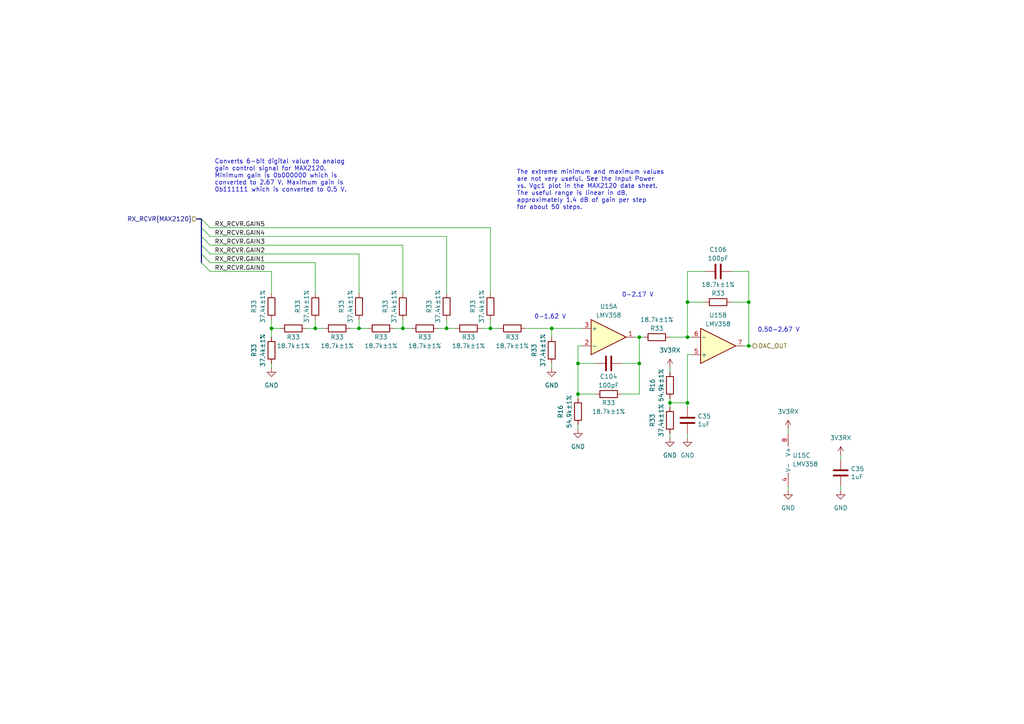
<source format=kicad_sch>
(kicad_sch (version 20230121) (generator eeschema)
  (paper "A4")
  (title_block (title "URTI Mainboard") (date "${DATE}") (rev "${VERSION}") (company "Copyright 2023 Great Scott Gadgets") (comment 1 "Licensed under the CERN-OHL-P v2"))
  (lib_symbols
    (symbol "Amplifier_Operational:LMV358" (pin_names (offset 0.127))
      (property "Reference" "U" (at 0 5.08 0))
      (property "Value" "LMV358" (at 0 -5.08 0))
      (symbol "LMV358_1_1"
        (polyline (pts (xy -5.08 5.08) (xy 5.08 0) (xy -5.08 -5.08) (xy -5.08 5.08)) (stroke (width 0.254)) (fill (type background)))
        (pin output line (at 7.62 0 180) (length 2.54) (name "~") (number "1"))
        (pin input line (at -7.62 -2.54 0) (length 2.54) (name "-") (number "2"))
        (pin input line (at -7.62 2.54 0) (length 2.54) (name "+") (number "3"))
      )
      (symbol "LMV358_2_1"
        (polyline (pts (xy -5.08 5.08) (xy 5.08 0) (xy -5.08 -5.08) (xy -5.08 5.08)) (stroke (width 0.254)) (fill (type background)))
        (pin input line (at -7.62 2.54 0) (length 2.54) (name "+") (number "5"))
        (pin input line (at -7.62 -2.54 0) (length 2.54) (name "-") (number "6"))
        (pin output line (at 7.62 0 180) (length 2.54) (name "~") (number "7"))
      )
      (symbol "LMV358_3_1"
        (pin power_in line (at -2.54 -7.62 90) (length 3.81) (name "V-") (number "4"))
        (pin power_in line (at -2.54 7.62 270) (length 3.81) (name "V+") (number "8"))
      )
    )
    (symbol "Device:C" (pin_numbers hide) (pin_names (offset 0.254))
      (property "Reference" "C" (at 0.635 2.54 0))
      (property "Value" "C" (at 0.635 -2.54 0))
      (symbol "C_0_1"
        (polyline (pts (xy -2.032 -0.762) (xy 2.032 -0.762)) (stroke (width 0.508)))
        (polyline (pts (xy -2.032 0.762) (xy 2.032 0.762)) (stroke (width 0.508)))
      )
      (symbol "C_1_1"
        (pin passive line (at 0 3.81 270) (length 2.794) (name "~") (number "1"))
        (pin passive line (at 0 -3.81 90) (length 2.794) (name "~") (number "2"))
      )
    )
    (symbol "Device:R" (pin_numbers hide) (pin_names (offset 0))
      (property "Reference" "R" (at 2.032 0 90))
      (property "Value" "R" (at 0 0 90))
      (symbol "R_0_1"
        (rectangle (start -1.016 -2.54) (end 1.016 2.54) (stroke (width 0.254)))
      )
      (symbol "R_1_1"
        (pin passive line (at 0 3.81 270) (length 1.27) (name "~") (number "1"))
        (pin passive line (at 0 -3.81 90) (length 1.27) (name "~") (number "2"))
      )
    )
    (symbol "GND_2" (power) (pin_names (offset 0))
      (property "Value" "GND_2" (at 0 -3.81 0))
      (symbol "GND_2_0_1"
        (polyline (pts (xy 0 0) (xy 0 -1.27) (xy 1.27 -1.27) (xy 0 -2.54) (xy -1.27 -1.27) (xy 0 -1.27)))
      )
      (symbol "GND_2_1_1"
        (pin power_in line (at 0 0 270) (length 0) hide (name "GND") (number "1"))
      )
    )
    (symbol "power:GND" (power) (pin_names (offset 0))
      (property "Value" "GND" (at 0 -3.81 0))
      (symbol "GND_0_1"
        (polyline (pts (xy 0 0) (xy 0 -1.27) (xy 1.27 -1.27) (xy 0 -2.54) (xy -1.27 -1.27) (xy 0 -1.27)))
      )
      (symbol "GND_1_1"
        (pin power_in line (at 0 0 270) (length 0) hide (name "GND") (number "1"))
      )
    )
    (symbol "support_hardware:3V3RX" (power) (pin_names (offset 0))
      (property "Value" "3V3RX" (at 0 3.81 0))
      (symbol "3V3RX_0_1"
        (polyline (pts (xy -0.762 1.27) (xy 0 2.54)))
        (polyline (pts (xy 0 0) (xy 0 2.54)))
        (polyline (pts (xy 0 2.54) (xy 0.762 1.27)))
      )
      (symbol "3V3RX_1_1"
        (pin power_in line (at 0 0 90) (length 0) hide (name "3V3RX") (number "1"))
      )
    )
  )
  (junction (at 104.14 95.25))
  (junction (at 91.44 95.25))
  (junction (at 116.84 95.25))
  (junction (at 167.64 105.41))
  (junction (at 217.17 87.63))
  (junction (at 217.17 100.33))
  (junction (at 129.54 95.25))
  (junction (at 185.42 97.79))
  (junction (at 167.64 114.3))
  (junction (at 160.02 95.25))
  (junction (at 199.39 87.63))
  (junction (at 199.39 97.79))
  (junction (at 194.31 116.84))
  (junction (at 78.74 95.25))
  (junction (at 185.42 105.41))
  (junction (at 199.39 116.84))
  (junction (at 142.24 95.25))
  (bus_entry (at 58.42 73.66) (size 2.54 2.54))
  (bus_entry (at 58.42 71.12) (size 2.54 2.54))
  (bus_entry (at 58.42 68.58) (size 2.54 2.54))
  (bus_entry (at 58.42 76.2) (size 2.54 2.54))
  (bus_entry (at 58.42 66.04) (size 2.54 2.54))
  (bus_entry (at 58.42 63.5) (size 2.54 2.54))
  (wire (pts (xy 194.31 125.73) (xy 194.31 127)))
  (wire (pts (xy 139.7 95.25) (xy 142.24 95.25)))
  (wire (pts (xy 168.91 100.33) (xy 167.64 100.33)))
  (wire (pts (xy 60.96 71.12) (xy 116.84 71.12)))
  (wire (pts (xy 104.14 92.71) (xy 104.14 95.25)))
  (wire (pts (xy 101.6 95.25) (xy 104.14 95.25)))
  (wire (pts (xy 60.96 78.74) (xy 78.74 78.74)))
  (wire (pts (xy 217.17 100.33) (xy 218.44 100.33)))
  (bus (pts (xy 58.42 73.66) (xy 58.42 76.2)))
  (wire (pts (xy 199.39 87.63) (xy 199.39 97.79)))
  (wire (pts (xy 142.24 92.71) (xy 142.24 95.25)))
  (wire (pts (xy 243.84 132.08) (xy 243.84 133.35)))
  (wire (pts (xy 91.44 95.25) (xy 93.98 95.25)))
  (wire (pts (xy 116.84 71.12) (xy 116.84 85.09)))
  (wire (pts (xy 78.74 105.41) (xy 78.74 106.68)))
  (wire (pts (xy 194.31 115.57) (xy 194.31 116.84)))
  (wire (pts (xy 114.3 95.25) (xy 116.84 95.25)))
  (wire (pts (xy 217.17 78.74) (xy 212.09 78.74)))
  (wire (pts (xy 160.02 95.25) (xy 160.02 97.79)))
  (wire (pts (xy 185.42 105.41) (xy 185.42 114.3)))
  (wire (pts (xy 60.96 68.58) (xy 129.54 68.58)))
  (wire (pts (xy 167.64 114.3) (xy 167.64 115.57)))
  (wire (pts (xy 199.39 97.79) (xy 200.66 97.79)))
  (wire (pts (xy 167.64 105.41) (xy 167.64 114.3)))
  (wire (pts (xy 129.54 92.71) (xy 129.54 95.25)))
  (wire (pts (xy 167.64 123.19) (xy 167.64 124.46)))
  (wire (pts (xy 129.54 95.25) (xy 132.08 95.25)))
  (wire (pts (xy 228.6 140.97) (xy 228.6 142.24)))
  (wire (pts (xy 142.24 66.04) (xy 142.24 85.09)))
  (wire (pts (xy 60.96 76.2) (xy 91.44 76.2)))
  (wire (pts (xy 199.39 87.63) (xy 199.39 78.74)))
  (wire (pts (xy 127 95.25) (xy 129.54 95.25)))
  (wire (pts (xy 167.64 114.3) (xy 172.72 114.3)))
  (wire (pts (xy 217.17 78.74) (xy 217.17 87.63)))
  (wire (pts (xy 142.24 95.25) (xy 144.78 95.25)))
  (bus (pts (xy 58.42 66.04) (xy 58.42 68.58)))
  (wire (pts (xy 180.34 105.41) (xy 185.42 105.41)))
  (wire (pts (xy 78.74 78.74) (xy 78.74 85.09)))
  (wire (pts (xy 160.02 105.41) (xy 160.02 106.68)))
  (wire (pts (xy 91.44 92.71) (xy 91.44 95.25)))
  (bus (pts (xy 57.15 63.5) (xy 58.42 63.5)))
  (wire (pts (xy 160.02 95.25) (xy 168.91 95.25)))
  (bus (pts (xy 58.42 68.58) (xy 58.42 71.12)))
  (wire (pts (xy 194.31 116.84) (xy 194.31 118.11)))
  (wire (pts (xy 243.84 140.97) (xy 243.84 142.24)))
  (wire (pts (xy 88.9 95.25) (xy 91.44 95.25)))
  (wire (pts (xy 116.84 95.25) (xy 119.38 95.25)))
  (wire (pts (xy 60.96 73.66) (xy 104.14 73.66)))
  (bus (pts (xy 58.42 63.5) (xy 58.42 66.04)))
  (wire (pts (xy 199.39 116.84) (xy 199.39 118.11)))
  (wire (pts (xy 78.74 92.71) (xy 78.74 95.25)))
  (wire (pts (xy 199.39 102.87) (xy 199.39 116.84)))
  (wire (pts (xy 194.31 97.79) (xy 199.39 97.79)))
  (wire (pts (xy 185.42 97.79) (xy 186.69 97.79)))
  (wire (pts (xy 215.9 100.33) (xy 217.17 100.33)))
  (wire (pts (xy 185.42 97.79) (xy 185.42 105.41)))
  (wire (pts (xy 199.39 78.74) (xy 204.47 78.74)))
  (wire (pts (xy 152.4 95.25) (xy 160.02 95.25)))
  (bus (pts (xy 58.42 71.12) (xy 58.42 73.66)))
  (wire (pts (xy 199.39 116.84) (xy 194.31 116.84)))
  (wire (pts (xy 167.64 100.33) (xy 167.64 105.41)))
  (wire (pts (xy 200.66 102.87) (xy 199.39 102.87)))
  (wire (pts (xy 104.14 95.25) (xy 106.68 95.25)))
  (wire (pts (xy 167.64 105.41) (xy 172.72 105.41)))
  (wire (pts (xy 60.96 66.04) (xy 142.24 66.04)))
  (wire (pts (xy 204.47 87.63) (xy 199.39 87.63)))
  (wire (pts (xy 199.39 125.73) (xy 199.39 127)))
  (wire (pts (xy 116.84 92.71) (xy 116.84 95.25)))
  (wire (pts (xy 217.17 100.33) (xy 217.17 87.63)))
  (wire (pts (xy 129.54 68.58) (xy 129.54 85.09)))
  (wire (pts (xy 180.34 114.3) (xy 185.42 114.3)))
  (wire (pts (xy 91.44 76.2) (xy 91.44 85.09)))
  (wire (pts (xy 194.31 106.68) (xy 194.31 107.95)))
  (wire (pts (xy 81.28 95.25) (xy 78.74 95.25)))
  (wire (pts (xy 184.15 97.79) (xy 185.42 97.79)))
  (wire (pts (xy 228.6 124.46) (xy 228.6 125.73)))
  (wire (pts (xy 78.74 95.25) (xy 78.74 97.79)))
  (wire (pts (xy 217.17 87.63) (xy 212.09 87.63)))
  (wire (pts (xy 104.14 73.66) (xy 104.14 85.09)))
  (text "0.50-2.67 V" (at 219.71 96.52 0) (effects (font (size 1.27 1.27)) (justify left bottom)))
  (text "0-1.62 V" (at 154.94 92.71 0) (effects (font (size 1.27 1.27)) (justify left bottom)))
  (text "The extreme minimum and maximum values\nare not very useful. See the Input Power\nvs. Vgc1 plot in the MAX2120 data sheet.\nThe useful range is linear in dB,\napproximately 1.4 dB of gain per step\nfor about 50 steps." (at 149.86 60.96 0) (effects (font (size 1.27 1.27)) (justify left bottom)))
  (text "Converts 6-bit digital value to analog\ngain control signal for MAX2120.\nMinimum gain is 0b000000 which is\nconverted to 2.67 V. Maximum gain is\n0b111111 which is converted to 0.5 V." (at 62.23 55.88 0) (effects (font (size 1.27 1.27)) (justify left bottom)))
  (text "0-2.17 V" (at 180.34 86.36 0) (effects (font (size 1.27 1.27)) (justify left bottom)))
  (label "RX_RCVR.GAIN2" (at 62.23 73.66 0))
  (label "RX_RCVR.GAIN4" (at 62.23 68.58 0))
  (label "RX_RCVR.GAIN5" (at 62.23 66.04 0))
  (label "RX_RCVR.GAIN1" (at 62.23 76.2 0))
  (label "RX_RCVR.GAIN3" (at 62.23 71.12 0))
  (label "RX_RCVR.GAIN0" (at 62.23 78.74 0))
  (hierarchical_label "DAC_OUT" (shape output) (at 218.44 100.33 0))
  (hierarchical_label "RX_RCVR{MAX2120}" (shape input) (at 57.15 63.5 180))
  (symbol (lib_id "Device:R") (at 78.74 101.6 0) (mirror y) (unit 1)
    (property "Reference" "R33" (at 73.6569 101.6 90))
    (property "Value" "37.4k±1%" (at 76.2 101.6 90))
    (property "Footprint" "Resistor_SMD:R_0402_1005Metric" (effects hide))
    (property "Description" "RES 37.4K OHM 1% 1/16W 0402" (effects hide))
    (property "Manufacturer" "Yageo" (effects hide))
    (property "Part Number" "RC0402FR-0737K4L" (effects hide))
    (property "Substitution" "any equivalent" (effects hide))
    (instances (project "mainboard" (path "" (reference "R33") (unit 1)) (path "" (reference "R66") (unit 1)) (path "" (reference "R47") (unit 1))))
  )
  (symbol (lib_id "Device:R") (at 97.79 95.25 90) (mirror x) (unit 1)
    (property "Reference" "R33" (at 97.79 97.7869 90))
    (property "Value" "18.7k±1%" (at 97.79 100.33 90))
    (property "Footprint" "Resistor_SMD:R_0402_1005Metric" (effects hide))
    (property "Description" "RES SMD 18.7K OHM 1% 1/10W 0402" (effects hide))
    (property "Manufacturer" "Panasonic" (effects hide))
    (property "Part Number" "ERJ-2RKF1872X" (effects hide))
    (property "Substitution" "any equivalent" (effects hide))
    (instances (project "mainboard" (path "" (reference "R33") (unit 1)) (path "" (reference "R70") (unit 1)) (path "" (reference "R64") (unit 1))))
  )
  (symbol (lib_id "Device:R") (at 85.09 95.25 90) (mirror x) (unit 1)
    (property "Reference" "R33" (at 85.09 97.7869 90))
    (property "Value" "18.7k±1%" (at 85.09 100.33 90))
    (property "Footprint" "Resistor_SMD:R_0402_1005Metric" (effects hide))
    (property "Description" "RES SMD 18.7K OHM 1% 1/10W 0402" (effects hide))
    (property "Manufacturer" "Panasonic" (effects hide))
    (property "Part Number" "ERJ-2RKF1872X" (effects hide))
    (property "Substitution" "any equivalent" (effects hide))
    (instances (project "mainboard" (path "" (reference "R33") (unit 1)) (path "" (reference "R68") (unit 1)) (path "" (reference "R48") (unit 1))))
  )
  (symbol (lib_name "GND_2") (lib_id "power:GND") (at 199.39 127 0) (unit 1)
    (property "Reference" "#PWR0194" (effects hide))
    (property "Value" "GND" (at 199.39 132.08 0))
    (instances (project "mainboard" (path "" (reference "#PWR0194") (unit 1)) (path "" (reference "#PWR0193") (unit 1)) (path "" (reference "#PWR0204") (unit 1)) (path "" (reference "#PWR0212") (unit 1))))
  )
  (symbol (lib_id "Amplifier_Operational:LMV358") (at 231.14 133.35 0) (unit 3)
    (property "Reference" "U15" (at 229.87 132.08 0) (effects (justify left)))
    (property "Value" "LMV358" (at 229.87 134.62 0) (effects (justify left)))
    (property "Footprint" "Package_SO:MSOP-8_3x3mm_P0.65mm" (effects hide))
    (property "Datasheet" "https://datasheet.lcsc.com/lcsc/2210211730_HANSCHIP-semiconductor-LMV358IDGKRG_C5145253.pdf" (effects hide))
    (property "Manufacturer" "HANSCHIP" (effects hide))
    (property "Part Number" "LMV358IDGKRG" (effects hide))
    (property "Description" "IC OPAMP GP 2 CIRCUIT 8VSSOP" (effects hide))
    (property "Substitution" "TI LMV358AIDGKR" (effects hide))
  )
  (symbol (lib_id "Device:C") (at 243.84 137.16 0) (unit 1)
    (property "Reference" "C35" (at 246.761 135.9916 0) (effects (justify left)))
    (property "Value" "1uF" (at 246.761 138.303 0) (effects (justify left)))
    (property "Footprint" "Capacitor_SMD:C_0402_1005Metric" (effects hide))
    (property "Part Number" "CL05A105KP5NNNC" (effects hide))
    (property "Substitution" "any equivalent" (effects hide))
    (property "Description" "CAP CER 1UF 10V X5R 0402" (effects hide))
    (property "Manufacturer" "Samsung" (effects hide))
    (instances (project "mainboard" (path "" (reference "C35") (unit 1)) (path "" (reference "C105") (unit 1)) (path "" (reference "C104") (unit 1))))
  )
  (symbol (lib_id "support_hardware:3V3RX") (at 228.6 124.46 0) (unit 1)
    (property "Reference" "#PWR0221" (effects hide))
    (property "Value" "3V3RX" (at 228.6 119.38 0))
    (instances (project "mainboard" (path "" (reference "#PWR0221") (unit 1)) (path "" (reference "#PWR0210") (unit 1))))
  )
  (symbol (lib_id "Device:R") (at 110.49 95.25 90) (mirror x) (unit 1)
    (property "Reference" "R33" (at 110.49 97.7869 90))
    (property "Value" "18.7k±1%" (at 110.49 100.33 90))
    (property "Footprint" "Resistor_SMD:R_0402_1005Metric" (effects hide))
    (property "Description" "RES SMD 18.7K OHM 1% 1/10W 0402" (effects hide))
    (property "Manufacturer" "Panasonic" (effects hide))
    (property "Part Number" "ERJ-2RKF1872X" (effects hide))
    (property "Substitution" "any equivalent" (effects hide))
    (instances (project "mainboard" (path "" (reference "R33") (unit 1)) (path "" (reference "R72") (unit 1)) (path "" (reference "R66") (unit 1))))
  )
  (symbol (lib_id "power:GND") (at 160.02 106.68 0) (unit 1)
    (property "Reference" "#PWR0205" (effects hide))
    (property "Value" "GND" (at 160.02 111.76 0))
    (instances (project "mainboard" (path "" (reference "#PWR0205") (unit 1)) (path "" (reference "#PWR0208") (unit 1))))
  )
  (symbol (lib_id "Device:C") (at 199.39 121.92 0) (unit 1)
    (property "Reference" "C35" (at 202.311 120.7516 0) (effects (justify left)))
    (property "Value" "1uF" (at 202.311 123.063 0) (effects (justify left)))
    (property "Footprint" "Capacitor_SMD:C_0402_1005Metric" (effects hide))
    (property "Part Number" "CL05A105KP5NNNC" (effects hide))
    (property "Substitution" "any equivalent" (effects hide))
    (property "Description" "CAP CER 1UF 10V X5R 0402" (effects hide))
    (property "Manufacturer" "Samsung" (effects hide))
    (instances (project "mainboard" (path "" (reference "C35") (unit 1)) (path "" (reference "C107") (unit 1)) (path "" (reference "C106") (unit 1))))
  )
  (symbol (lib_id "Device:R") (at 142.24 88.9 0) (mirror y) (unit 1)
    (property "Reference" "R33" (at 137.1569 88.9 90))
    (property "Value" "37.4k±1%" (at 139.7 88.9 90))
    (property "Footprint" "Resistor_SMD:R_0402_1005Metric" (effects hide))
    (property "Description" "RES 37.4K OHM 1% 1/16W 0402" (effects hide))
    (property "Manufacturer" "Yageo" (effects hide))
    (property "Part Number" "RC0402FR-0737K4L" (effects hide))
    (property "Substitution" "any equivalent" (effects hide))
    (instances (project "mainboard" (path "" (reference "R33") (unit 1)) (path "" (reference "R77") (unit 1)) (path "" (reference "R71") (unit 1))))
  )
  (symbol (lib_id "Device:C") (at 176.53 105.41 270) (unit 1)
    (property "Reference" "C104" (at 176.53 109.22 90))
    (property "Value" "100pF" (at 176.53 111.76 90))
    (property "Footprint" "Capacitor_SMD:C_0201_0603Metric" (effects hide))
    (property "Description" "CAP CER 100PF 25V C0G/NP0 0201" (effects hide))
    (property "Manufacturer" "Samsung" (effects hide))
    (property "Part Number" "CL03C101JA3NNNC" (effects hide))
    (instances (project "mainboard" (path "" (reference "C104") (unit 1)) (path "" (reference "C105") (unit 1))))
  )
  (symbol (lib_id "Device:R") (at 190.5 97.79 270) (mirror x) (unit 1)
    (property "Reference" "R33" (at 190.5 95.2531 90))
    (property "Value" "18.7k±1%" (at 190.5 92.71 90))
    (property "Footprint" "Resistor_SMD:R_0402_1005Metric" (effects hide))
    (property "Description" "RES SMD 18.7K OHM 1% 1/10W 0402" (effects hide))
    (property "Manufacturer" "Panasonic" (effects hide))
    (property "Part Number" "ERJ-2RKF1872X" (effects hide))
    (property "Substitution" "any equivalent" (effects hide))
    (instances (project "mainboard" (path "" (reference "R33") (unit 1)) (path "" (reference "R46") (unit 1)) (path "" (reference "R76") (unit 1))))
  )
  (symbol (lib_id "Device:C") (at 208.28 78.74 270) (unit 1)
    (property "Reference" "C106" (at 208.28 72.39 90))
    (property "Value" "100pF" (at 208.28 74.93 90))
    (property "Footprint" "Capacitor_SMD:C_0201_0603Metric" (effects hide))
    (property "Description" "CAP CER 100PF 25V C0G/NP0 0201" (effects hide))
    (property "Manufacturer" "Samsung" (effects hide))
    (property "Part Number" "CL03C101JA3NNNC" (effects hide))
    (instances (project "mainboard" (path "" (reference "C106") (unit 1)) (path "" (reference "C107") (unit 1))))
  )
  (symbol (lib_id "Device:R") (at 148.59 95.25 90) (mirror x) (unit 1)
    (property "Reference" "R33" (at 148.59 97.7869 90))
    (property "Value" "18.7k±1%" (at 148.59 100.33 90))
    (property "Footprint" "Resistor_SMD:R_0402_1005Metric" (effects hide))
    (property "Description" "RES SMD 18.7K OHM 1% 1/10W 0402" (effects hide))
    (property "Manufacturer" "Panasonic" (effects hide))
    (property "Part Number" "ERJ-2RKF1872X" (effects hide))
    (property "Substitution" "any equivalent" (effects hide))
    (instances (project "mainboard" (path "" (reference "R33") (unit 1)) (path "" (reference "R78") (unit 1)) (path "" (reference "R72") (unit 1))))
  )
  (symbol (lib_id "Device:R") (at 194.31 111.76 180) (unit 1)
    (property "Reference" "R16" (at 189.23 111.76 90))
    (property "Value" "54.9k±1%" (at 191.7669 111.76 90))
    (property "Footprint" "Resistor_SMD:R_0402_1005Metric" (effects hide))
    (property "Description" "RES 54.9K OHM 1% 1/16W 0402" (effects hide))
    (property "Manufacturer" "Yageo" (effects hide))
    (property "Part Number" "RC0402FR-0754K9L" (effects hide))
    (property "Substitution" "any equivalent" (effects hide))
    (instances (project "mainboard" (path "" (reference "R16") (unit 1)) (path "" (reference "R83") (unit 1)) (path "" (reference "R77") (unit 1))))
  )
  (symbol (lib_id "Device:R") (at 160.02 101.6 0) (unit 1)
    (property "Reference" "R33" (at 154.9369 101.6 90))
    (property "Value" "37.4k±1%" (at 157.48 101.6 90))
    (property "Footprint" "Resistor_SMD:R_0402_1005Metric" (effects hide))
    (property "Description" "RES 37.4K OHM 1% 1/16W 0402" (effects hide))
    (property "Manufacturer" "Yageo" (effects hide))
    (property "Part Number" "RC0402FR-0737K4L" (effects hide))
    (property "Substitution" "any equivalent" (effects hide))
    (instances (project "mainboard" (path "" (reference "R33") (unit 1)) (path "" (reference "R79") (unit 1)) (path "" (reference "R73") (unit 1))))
  )
  (symbol (lib_id "support_hardware:3V3RX") (at 243.84 132.08 0) (unit 1)
    (property "Reference" "#PWR0221" (effects hide))
    (property "Value" "3V3RX" (at 243.84 127 0))
    (instances (project "mainboard" (path "" (reference "#PWR0221") (unit 1)) (path "" (reference "#PWR0205") (unit 1))))
  )
  (symbol (lib_id "support_hardware:3V3RX") (at 194.31 106.68 0) (unit 1)
    (property "Reference" "#PWR0221" (effects hide))
    (property "Value" "3V3RX" (at 194.31 101.6 0))
    (instances (project "mainboard" (path "" (reference "#PWR0221") (unit 1)) (path "" (reference "#PWR0245") (unit 1))))
  )
  (symbol (lib_id "Amplifier_Operational:LMV358") (at 208.28 100.33 0) (mirror x) (unit 2)
    (property "Reference" "U15" (at 208.28 91.44 0))
    (property "Value" "LMV358" (at 208.28 93.98 0))
    (property "Footprint" "Package_SO:MSOP-8_3x3mm_P0.65mm" (effects hide))
    (property "Datasheet" "https://datasheet.lcsc.com/lcsc/2210211730_HANSCHIP-semiconductor-LMV358IDGKRG_C5145253.pdf" (effects hide))
    (property "Manufacturer" "HANSCHIP" (effects hide))
    (property "Part Number" "LMV358IDGKRG" (effects hide))
    (property "Description" "IC OPAMP GP 2 CIRCUIT 8VSSOP" (effects hide))
    (property "Substitution" "TI LMV358AIDGKR" (effects hide))
  )
  (symbol (lib_id "Device:R") (at 116.84 88.9 0) (mirror y) (unit 1)
    (property "Reference" "R33" (at 111.7569 88.9 90))
    (property "Value" "37.4k±1%" (at 114.3 88.9 90))
    (property "Footprint" "Resistor_SMD:R_0402_1005Metric" (effects hide))
    (property "Description" "RES 37.4K OHM 1% 1/16W 0402" (effects hide))
    (property "Manufacturer" "Yageo" (effects hide))
    (property "Part Number" "RC0402FR-0737K4L" (effects hide))
    (property "Substitution" "any equivalent" (effects hide))
    (instances (project "mainboard" (path "" (reference "R33") (unit 1)) (path "" (reference "R73") (unit 1)) (path "" (reference "R67") (unit 1))))
  )
  (symbol (lib_id "Amplifier_Operational:LMV358") (at 176.53 97.79 0) (unit 1)
    (property "Reference" "U15" (at 176.53 88.9 0))
    (property "Value" "LMV358" (at 176.53 91.44 0))
    (property "Footprint" "Package_SO:MSOP-8_3x3mm_P0.65mm" (effects hide))
    (property "Datasheet" "https://datasheet.lcsc.com/lcsc/2210211730_HANSCHIP-semiconductor-LMV358IDGKRG_C5145253.pdf" (effects hide))
    (property "Manufacturer" "HANSCHIP" (effects hide))
    (property "Part Number" "LMV358IDGKRG" (effects hide))
    (property "Description" "IC OPAMP GP 2 CIRCUIT 8VSSOP" (effects hide))
    (property "Substitution" "TI LMV358AIDGKR" (effects hide))
  )
  (symbol (lib_id "power:GND") (at 167.64 124.46 0) (unit 1)
    (property "Reference" "#PWR0208" (effects hide))
    (property "Value" "GND" (at 167.64 129.54 0))
    (instances (project "mainboard" (path "" (reference "#PWR0208") (unit 1)) (path "" (reference "#PWR0209") (unit 1))))
  )
  (symbol (lib_id "power:GND") (at 194.31 127 0) (unit 1)
    (property "Reference" "#PWR0213" (effects hide))
    (property "Value" "GND" (at 194.31 132.08 0))
    (instances (project "mainboard" (path "" (reference "#PWR0213") (unit 1)) (path "" (reference "#PWR0211") (unit 1))))
  )
  (symbol (lib_id "Device:R") (at 135.89 95.25 90) (mirror x) (unit 1)
    (property "Reference" "R33" (at 135.89 97.7869 90))
    (property "Value" "18.7k±1%" (at 135.89 100.33 90))
    (property "Footprint" "Resistor_SMD:R_0402_1005Metric" (effects hide))
    (property "Description" "RES SMD 18.7K OHM 1% 1/10W 0402" (effects hide))
    (property "Manufacturer" "Panasonic" (effects hide))
    (property "Part Number" "ERJ-2RKF1872X" (effects hide))
    (property "Substitution" "any equivalent" (effects hide))
    (instances (project "mainboard" (path "" (reference "R33") (unit 1)) (path "" (reference "R76") (unit 1)) (path "" (reference "R70") (unit 1))))
  )
  (symbol (lib_id "Device:R") (at 123.19 95.25 90) (mirror x) (unit 1)
    (property "Reference" "R33" (at 123.19 97.7869 90))
    (property "Value" "18.7k±1%" (at 123.19 100.33 90))
    (property "Footprint" "Resistor_SMD:R_0402_1005Metric" (effects hide))
    (property "Description" "RES SMD 18.7K OHM 1% 1/10W 0402" (effects hide))
    (property "Manufacturer" "Panasonic" (effects hide))
    (property "Part Number" "ERJ-2RKF1872X" (effects hide))
    (property "Substitution" "any equivalent" (effects hide))
    (instances (project "mainboard" (path "" (reference "R33") (unit 1)) (path "" (reference "R74") (unit 1)) (path "" (reference "R68") (unit 1))))
  )
  (symbol (lib_name "GND_2") (lib_id "power:GND") (at 243.84 142.24 0) (unit 1)
    (property "Reference" "#PWR0194" (effects hide))
    (property "Value" "GND" (at 243.84 147.32 0))
    (instances (project "mainboard" (path "" (reference "#PWR0194") (unit 1)) (path "" (reference "#PWR0193") (unit 1)) (path "" (reference "#PWR0212") (unit 1)) (path "" (reference "#PWR0206") (unit 1))))
  )
  (symbol (lib_id "power:GND") (at 78.74 106.68 0) (unit 1)
    (property "Reference" "#PWR0206" (effects hide))
    (property "Value" "GND" (at 78.74 111.76 0))
    (instances (project "mainboard" (path "" (reference "#PWR0206") (unit 1)) (path "" (reference "#PWR0204") (unit 1))))
  )
  (symbol (lib_id "Device:R") (at 129.54 88.9 0) (mirror y) (unit 1)
    (property "Reference" "R33" (at 124.4569 88.9 90))
    (property "Value" "37.4k±1%" (at 127 88.9 90))
    (property "Footprint" "Resistor_SMD:R_0402_1005Metric" (effects hide))
    (property "Description" "RES 37.4K OHM 1% 1/16W 0402" (effects hide))
    (property "Manufacturer" "Yageo" (effects hide))
    (property "Part Number" "RC0402FR-0737K4L" (effects hide))
    (property "Substitution" "any equivalent" (effects hide))
    (instances (project "mainboard" (path "" (reference "R33") (unit 1)) (path "" (reference "R75") (unit 1)) (path "" (reference "R69") (unit 1))))
  )
  (symbol (lib_id "Device:R") (at 91.44 88.9 0) (mirror y) (unit 1)
    (property "Reference" "R33" (at 86.3569 88.9 90))
    (property "Value" "37.4k±1%" (at 88.9 88.9 90))
    (property "Footprint" "Resistor_SMD:R_0402_1005Metric" (effects hide))
    (property "Description" "RES 37.4K OHM 1% 1/16W 0402" (effects hide))
    (property "Manufacturer" "Yageo" (effects hide))
    (property "Part Number" "RC0402FR-0737K4L" (effects hide))
    (property "Substitution" "any equivalent" (effects hide))
    (instances (project "mainboard" (path "" (reference "R33") (unit 1)) (path "" (reference "R69") (unit 1)) (path "" (reference "R49") (unit 1))))
  )
  (symbol (lib_id "Device:R") (at 167.64 119.38 180) (unit 1)
    (property "Reference" "R16" (at 162.56 119.38 90))
    (property "Value" "54.9k±1%" (at 165.0969 119.38 90))
    (property "Footprint" "Resistor_SMD:R_0402_1005Metric" (effects hide))
    (property "Description" "RES 54.9K OHM 1% 1/16W 0402" (effects hide))
    (property "Manufacturer" "Yageo" (effects hide))
    (property "Part Number" "RC0402FR-0754K9L" (effects hide))
    (property "Substitution" "any equivalent" (effects hide))
    (instances (project "mainboard" (path "" (reference "R16") (unit 1)) (path "" (reference "R81") (unit 1)) (path "" (reference "R74") (unit 1))))
  )
  (symbol (lib_id "Device:R") (at 78.74 88.9 0) (mirror y) (unit 1)
    (property "Reference" "R33" (at 73.6569 88.9 90))
    (property "Value" "37.4k±1%" (at 76.2 88.9 90))
    (property "Footprint" "Resistor_SMD:R_0402_1005Metric" (effects hide))
    (property "Description" "RES 37.4K OHM 1% 1/16W 0402" (effects hide))
    (property "Manufacturer" "Yageo" (effects hide))
    (property "Part Number" "RC0402FR-0737K4L" (effects hide))
    (property "Substitution" "any equivalent" (effects hide))
    (instances (project "mainboard" (path "" (reference "R33") (unit 1)) (path "" (reference "R67") (unit 1)) (path "" (reference "R46") (unit 1))))
  )
  (symbol (lib_id "Device:R") (at 176.53 114.3 270) (mirror x) (unit 1)
    (property "Reference" "R33" (at 176.53 116.8369 90))
    (property "Value" "18.7k±1%" (at 176.53 119.38 90))
    (property "Footprint" "Resistor_SMD:R_0402_1005Metric" (effects hide))
    (property "Description" "RES SMD 18.7K OHM 1% 1/10W 0402" (effects hide))
    (property "Manufacturer" "Panasonic" (effects hide))
    (property "Part Number" "ERJ-2RKF1872X" (effects hide))
    (property "Substitution" "any equivalent" (effects hide))
    (instances (project "mainboard" (path "" (reference "R33") (unit 1)) (path "" (reference "R80") (unit 1)) (path "" (reference "R75") (unit 1))))
  )
  (symbol (lib_id "Device:R") (at 208.28 87.63 270) (mirror x) (unit 1)
    (property "Reference" "R33" (at 208.28 85.0931 90))
    (property "Value" "18.7k±1%" (at 208.28 82.55 90))
    (property "Footprint" "Resistor_SMD:R_0402_1005Metric" (effects hide))
    (property "Description" "RES SMD 18.7K OHM 1% 1/10W 0402" (effects hide))
    (property "Manufacturer" "Panasonic" (effects hide))
    (property "Part Number" "ERJ-2RKF1872X" (effects hide))
    (property "Substitution" "any equivalent" (effects hide))
    (instances (project "mainboard" (path "" (reference "R33") (unit 1)) (path "" (reference "R47") (unit 1)) (path "" (reference "R79") (unit 1))))
  )
  (symbol (lib_id "Device:R") (at 194.31 121.92 0) (unit 1)
    (property "Reference" "R33" (at 189.2269 121.92 90))
    (property "Value" "37.4k±1%" (at 191.77 121.92 90))
    (property "Footprint" "Resistor_SMD:R_0402_1005Metric" (effects hide))
    (property "Description" "RES 37.4K OHM 1% 1/16W 0402" (effects hide))
    (property "Manufacturer" "Yageo" (effects hide))
    (property "Part Number" "RC0402FR-0737K4L" (effects hide))
    (property "Substitution" "any equivalent" (effects hide))
    (instances (project "mainboard" (path "" (reference "R33") (unit 1)) (path "" (reference "R82") (unit 1)) (path "" (reference "R78") (unit 1))))
  )
  (symbol (lib_name "GND_2") (lib_id "power:GND") (at 228.6 142.24 0) (unit 1)
    (property "Reference" "#PWR0194" (effects hide))
    (property "Value" "GND" (at 228.6 147.32 0))
    (instances (project "mainboard" (path "" (reference "#PWR0194") (unit 1)) (path "" (reference "#PWR0193") (unit 1)) (path "" (reference "#PWR0210") (unit 1)) (path "" (reference "#PWR0214") (unit 1))))
  )
  (symbol (lib_id "Device:R") (at 104.14 88.9 0) (mirror y) (unit 1)
    (property "Reference" "R33" (at 99.0569 88.9 90))
    (property "Value" "37.4k±1%" (at 101.6 88.9 90))
    (property "Footprint" "Resistor_SMD:R_0402_1005Metric" (effects hide))
    (property "Description" "RES 37.4K OHM 1% 1/16W 0402" (effects hide))
    (property "Manufacturer" "Yageo" (effects hide))
    (property "Part Number" "RC0402FR-0737K4L" (effects hide))
    (property "Substitution" "any equivalent" (effects hide))
    (instances (project "mainboard" (path "" (reference "R33") (unit 1)) (path "" (reference "R71") (unit 1)) (path "" (reference "R65") (unit 1))))
  )
)
</source>
